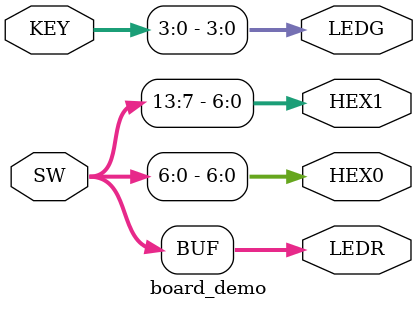
<source format=v>
module board_demo (
   input    [17:0]   SW,
   input    [3:0]    KEY,
   output   [17:0]   LEDR,
   output   [8:0]    LEDG,
   output   [6:0]    HEX0,
   output   [6:0]    HEX1
   );
   
   assign LEDR[17:0] = SW[17:0];
   assign LEDG[3:0] = KEY[3:0];
   assign HEX0[6:0] = SW[6:0];
   assign HEX1[6:0] = SW[13:7];
   
endmodule

</source>
